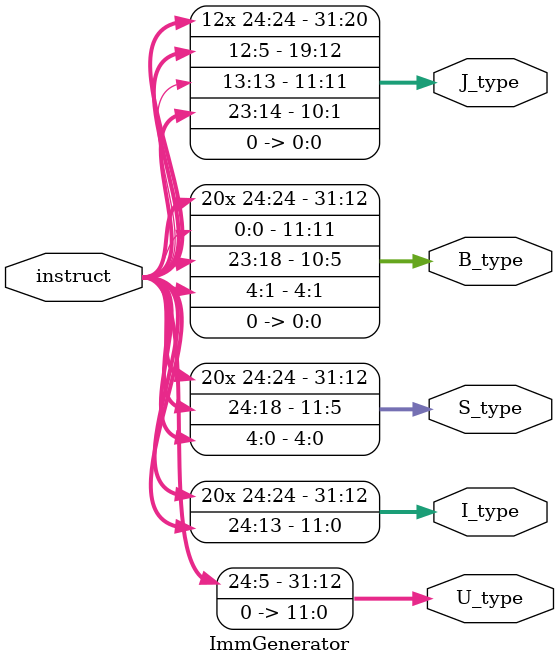
<source format=sv>
`timescale 1ns / 1ps


module ImmGenerator(
    input logic[24:0] instruct,
    output logic[31:0] U_type,
    output logic[31:0] I_type,
    output logic[31:0] S_type,
    output logic[31:0] B_type,
    output logic[31:0] J_type
);

    assign U_type = {instruct[24:5],{12{1'b0}}};
    assign I_type = {{21{instruct[24]}}, instruct[23:13]};
    assign S_type = {{21{instruct[24]}}, instruct[23:18], instruct[4:0]};
    assign B_type = {{20{instruct[24]}},instruct[0],instruct[23:18],instruct[4:1],1'b0};
    assign J_type = {{12{instruct[24]}}, instruct[12:5], instruct[13],instruct[23:14], 1'b0};
    
endmodule

</source>
